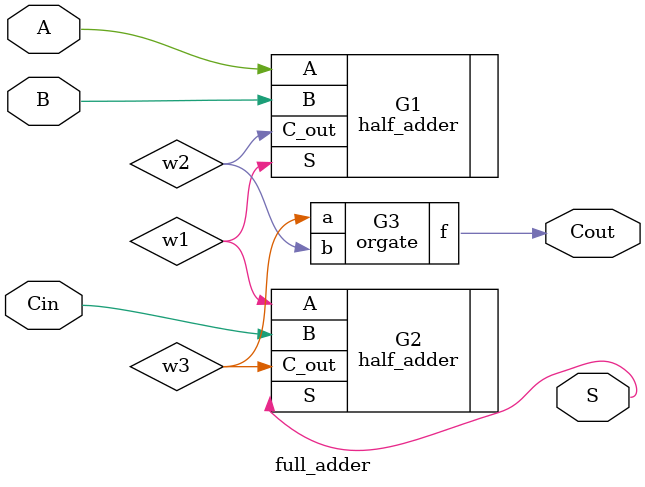
<source format=sv>
`timescale 1ns / 1ps

module orgate (
input logic a,
input logic b,
output logic f
);
or u_or(f, a, b); // OR gate
endmodule

module full_adder(
input logic A,
input logic B,
input logic Cin,
output logic S,
output logic Cout
    );
    
logic w1, w2, w3; 
half_adder G1 ( .S(w1), .C_out(w2), .A(A), .B(B) );
half_adder G2 ( .S(S), .C_out(w3), .A(w1), .B(Cin));
orgate G3 ( .a(w3), .b(w2), .f(Cout));
endmodule

</source>
